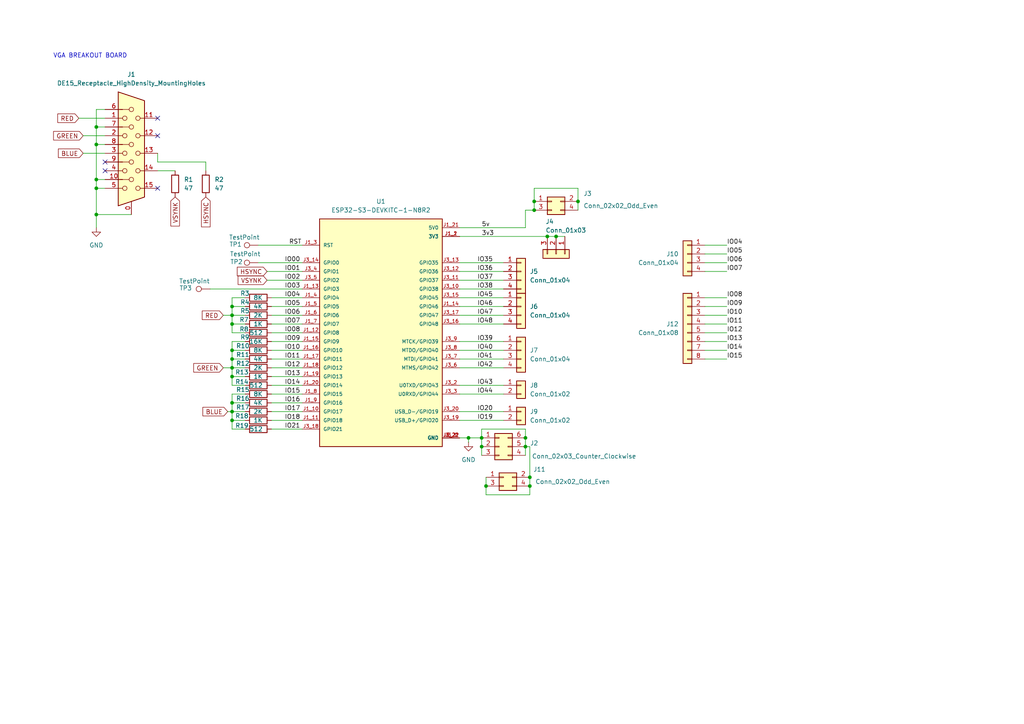
<source format=kicad_sch>
(kicad_sch (version 20231120) (generator "eeschema") (generator_version "8.0")
  (paper "A4")
  (lib_symbols
    (symbol "Connector:DE15_Receptacle_HighDensity_MountingHoles" (pin_names (offset 1.016) hide)
      (property "Reference" "J" (at 0 21.59 0))
      (property "Value" "DE15_Receptacle_HighDensity_MountingHoles" (at 0 19.05 0))
      (symbol "DE15_Receptacle_HighDensity_MountingHoles_0_1"
        (circle (center -1.905 -10.16) (radius 0.635))
        (circle (center -1.905 -5.08) (radius 0.635))
        (circle (center -1.905 0) (radius 0.635))
        (circle (center -1.905 5.08) (radius 0.635))
        (circle (center -1.905 10.16) (radius 0.635))
        (circle (center 0 -7.62) (radius 0.635))
        (circle (center 0 -2.54) (radius 0.635))
        (polyline (pts (xy -3.175 7.62) (xy -0.635 7.62)))
        (polyline (pts (xy -0.635 -7.62) (xy -3.175 -7.62)))
        (polyline (pts (xy -0.635 -2.54) (xy -3.175 -2.54)))
        (polyline (pts (xy -0.635 2.54) (xy -3.175 2.54)))
        (polyline (pts (xy -0.635 12.7) (xy -3.175 12.7)))
        (polyline (pts (xy -3.81 17.78) (xy -3.81 -15.24) (xy 3.81 -12.7) (xy 3.81 15.24) (xy -3.81 17.78)) (stroke (width 0.254)) (fill (type background)))
        (circle (center 0 2.54) (radius 0.635))
        (circle (center 0 7.62) (radius 0.635))
        (circle (center 0 12.7) (radius 0.635))
        (circle (center 1.905 -10.16) (radius 0.635))
        (circle (center 1.905 -5.08) (radius 0.635))
        (circle (center 1.905 0) (radius 0.635))
        (circle (center 1.905 5.08) (radius 0.635))
        (circle (center 1.905 10.16) (radius 0.635))
      )
      (symbol "DE15_Receptacle_HighDensity_MountingHoles_1_1"
        (pin passive line (at 0 -17.78 90) (length 3.81) (name "~") (number "0"))
        (pin passive line (at -7.62 10.16 0) (length 5.08) (name "~") (number "1"))
        (pin passive line (at -7.62 -7.62 0) (length 5.08) (name "~") (number "10"))
        (pin passive line (at 7.62 10.16 180) (length 5.08) (name "~") (number "11"))
        (pin passive line (at 7.62 5.08 180) (length 5.08) (name "~") (number "12"))
        (pin passive line (at 7.62 0 180) (length 5.08) (name "~") (number "13"))
        (pin passive line (at 7.62 -5.08 180) (length 5.08) (name "~") (number "14"))
        (pin passive line (at 7.62 -10.16 180) (length 5.08) (name "~") (number "15"))
        (pin passive line (at -7.62 5.08 0) (length 5.08) (name "~") (number "2"))
        (pin passive line (at -7.62 0 0) (length 5.08) (name "~") (number "3"))
        (pin passive line (at -7.62 -5.08 0) (length 5.08) (name "~") (number "4"))
        (pin passive line (at -7.62 -10.16 0) (length 5.08) (name "~") (number "5"))
        (pin passive line (at -7.62 12.7 0) (length 5.08) (name "~") (number "6"))
        (pin passive line (at -7.62 7.62 0) (length 5.08) (name "~") (number "7"))
        (pin passive line (at -7.62 2.54 0) (length 5.08) (name "~") (number "8"))
        (pin passive line (at -7.62 -2.54 0) (length 5.08) (name "~") (number "9"))
      )
    )
    (symbol "Connector:TestPoint" (pin_numbers hide) (pin_names (offset 0.762) hide)
      (property "Reference" "TP" (at 0 6.858 0))
      (property "Value" "TestPoint" (at 0 5.08 0))
      (symbol "TestPoint_0_1"
        (circle (center 0 3.302) (radius 0.762))
      )
      (symbol "TestPoint_1_1"
        (pin passive line (at 0 0 90) (length 2.54) (name "1") (number "1"))
      )
    )
    (symbol "Connector_Generic:Conn_01x02" (pin_names (offset 1.016) hide)
      (property "Reference" "J" (at 0 2.54 0))
      (property "Value" "Conn_01x02" (at 0 -5.08 0))
      (symbol "Conn_01x02_1_1"
        (rectangle (start -1.27 -2.413) (end 0 -2.667) (stroke (width 0.1524)))
        (rectangle (start -1.27 0.127) (end 0 -0.127) (stroke (width 0.1524)))
        (rectangle (start -1.27 1.27) (end 1.27 -3.81) (stroke (width 0.254)) (fill (type background)))
        (pin passive line (at -5.08 0 0) (length 3.81) (name "Pin_1") (number "1"))
        (pin passive line (at -5.08 -2.54 0) (length 3.81) (name "Pin_2") (number "2"))
      )
    )
    (symbol "Connector_Generic:Conn_01x03" (pin_names (offset 1.016) hide)
      (property "Reference" "J" (at 0 5.08 0))
      (property "Value" "Conn_01x03" (at 0 -5.08 0))
      (symbol "Conn_01x03_1_1"
        (rectangle (start -1.27 -2.413) (end 0 -2.667) (stroke (width 0.1524)))
        (rectangle (start -1.27 0.127) (end 0 -0.127) (stroke (width 0.1524)))
        (rectangle (start -1.27 2.667) (end 0 2.413) (stroke (width 0.1524)))
        (rectangle (start -1.27 3.81) (end 1.27 -3.81) (stroke (width 0.254)) (fill (type background)))
        (pin passive line (at -5.08 2.54 0) (length 3.81) (name "Pin_1") (number "1"))
        (pin passive line (at -5.08 0 0) (length 3.81) (name "Pin_2") (number "2"))
        (pin passive line (at -5.08 -2.54 0) (length 3.81) (name "Pin_3") (number "3"))
      )
    )
    (symbol "Connector_Generic:Conn_01x04" (pin_names (offset 1.016) hide)
      (property "Reference" "J" (at 0 5.08 0))
      (property "Value" "Conn_01x04" (at 0 -7.62 0))
      (symbol "Conn_01x04_1_1"
        (rectangle (start -1.27 -4.953) (end 0 -5.207) (stroke (width 0.1524)))
        (rectangle (start -1.27 -2.413) (end 0 -2.667) (stroke (width 0.1524)))
        (rectangle (start -1.27 0.127) (end 0 -0.127) (stroke (width 0.1524)))
        (rectangle (start -1.27 2.667) (end 0 2.413) (stroke (width 0.1524)))
        (rectangle (start -1.27 3.81) (end 1.27 -6.35) (stroke (width 0.254)) (fill (type background)))
        (pin passive line (at -5.08 2.54 0) (length 3.81) (name "Pin_1") (number "1"))
        (pin passive line (at -5.08 0 0) (length 3.81) (name "Pin_2") (number "2"))
        (pin passive line (at -5.08 -2.54 0) (length 3.81) (name "Pin_3") (number "3"))
        (pin passive line (at -5.08 -5.08 0) (length 3.81) (name "Pin_4") (number "4"))
      )
    )
    (symbol "Connector_Generic:Conn_01x08" (pin_names (offset 1.016) hide)
      (property "Reference" "J" (at 0 10.16 0))
      (property "Value" "Conn_01x08" (at 0 -12.7 0))
      (symbol "Conn_01x08_1_1"
        (rectangle (start -1.27 -10.033) (end 0 -10.287) (stroke (width 0.1524)))
        (rectangle (start -1.27 -7.493) (end 0 -7.747) (stroke (width 0.1524)))
        (rectangle (start -1.27 -4.953) (end 0 -5.207) (stroke (width 0.1524)))
        (rectangle (start -1.27 -2.413) (end 0 -2.667) (stroke (width 0.1524)))
        (rectangle (start -1.27 0.127) (end 0 -0.127) (stroke (width 0.1524)))
        (rectangle (start -1.27 2.667) (end 0 2.413) (stroke (width 0.1524)))
        (rectangle (start -1.27 5.207) (end 0 4.953) (stroke (width 0.1524)))
        (rectangle (start -1.27 7.747) (end 0 7.493) (stroke (width 0.1524)))
        (rectangle (start -1.27 8.89) (end 1.27 -11.43) (stroke (width 0.254)) (fill (type background)))
        (pin passive line (at -5.08 7.62 0) (length 3.81) (name "Pin_1") (number "1"))
        (pin passive line (at -5.08 5.08 0) (length 3.81) (name "Pin_2") (number "2"))
        (pin passive line (at -5.08 2.54 0) (length 3.81) (name "Pin_3") (number "3"))
        (pin passive line (at -5.08 0 0) (length 3.81) (name "Pin_4") (number "4"))
        (pin passive line (at -5.08 -2.54 0) (length 3.81) (name "Pin_5") (number "5"))
        (pin passive line (at -5.08 -5.08 0) (length 3.81) (name "Pin_6") (number "6"))
        (pin passive line (at -5.08 -7.62 0) (length 3.81) (name "Pin_7") (number "7"))
        (pin passive line (at -5.08 -10.16 0) (length 3.81) (name "Pin_8") (number "8"))
      )
    )
    (symbol "Connector_Generic:Conn_02x02_Odd_Even" (pin_names (offset 1.016) hide)
      (property "Reference" "J" (at 1.27 2.54 0))
      (property "Value" "Conn_02x02_Odd_Even" (at 1.27 -5.08 0))
      (symbol "Conn_02x02_Odd_Even_1_1"
        (rectangle (start -1.27 -2.413) (end 0 -2.667) (stroke (width 0.1524)))
        (rectangle (start -1.27 0.127) (end 0 -0.127) (stroke (width 0.1524)))
        (rectangle (start -1.27 1.27) (end 3.81 -3.81) (stroke (width 0.254)) (fill (type background)))
        (rectangle (start 3.81 -2.413) (end 2.54 -2.667) (stroke (width 0.1524)))
        (rectangle (start 3.81 0.127) (end 2.54 -0.127) (stroke (width 0.1524)))
        (pin passive line (at -5.08 0 0) (length 3.81) (name "Pin_1") (number "1"))
        (pin passive line (at 7.62 0 180) (length 3.81) (name "Pin_2") (number "2"))
        (pin passive line (at -5.08 -2.54 0) (length 3.81) (name "Pin_3") (number "3"))
        (pin passive line (at 7.62 -2.54 180) (length 3.81) (name "Pin_4") (number "4"))
      )
    )
    (symbol "Connector_Generic:Conn_02x03_Counter_Clockwise" (pin_names (offset 1.016) hide)
      (property "Reference" "J" (at 1.27 5.08 0))
      (property "Value" "Conn_02x03_Counter_Clockwise" (at 1.27 -5.08 0))
      (symbol "Conn_02x03_Counter_Clockwise_1_1"
        (rectangle (start -1.27 -2.413) (end 0 -2.667) (stroke (width 0.1524)))
        (rectangle (start -1.27 0.127) (end 0 -0.127) (stroke (width 0.1524)))
        (rectangle (start -1.27 2.667) (end 0 2.413) (stroke (width 0.1524)))
        (rectangle (start -1.27 3.81) (end 3.81 -3.81) (stroke (width 0.254)) (fill (type background)))
        (rectangle (start 3.81 -2.413) (end 2.54 -2.667) (stroke (width 0.1524)))
        (rectangle (start 3.81 0.127) (end 2.54 -0.127) (stroke (width 0.1524)))
        (rectangle (start 3.81 2.667) (end 2.54 2.413) (stroke (width 0.1524)))
        (pin passive line (at -5.08 2.54 0) (length 3.81) (name "Pin_1") (number "1"))
        (pin passive line (at -5.08 0 0) (length 3.81) (name "Pin_2") (number "2"))
        (pin passive line (at -5.08 -2.54 0) (length 3.81) (name "Pin_3") (number "3"))
        (pin passive line (at 7.62 -2.54 180) (length 3.81) (name "Pin_4") (number "4"))
        (pin passive line (at 7.62 0 180) (length 3.81) (name "Pin_5") (number "5"))
        (pin passive line (at 7.62 2.54 180) (length 3.81) (name "Pin_6") (number "6"))
      )
    )
    (symbol "Device:R" (pin_numbers hide) (pin_names (offset 0))
      (property "Reference" "R" (at 2.032 0 90))
      (property "Value" "R" (at 0 0 90))
      (symbol "R_0_1"
        (rectangle (start -1.016 -2.54) (end 1.016 2.54) (stroke (width 0.254)))
      )
      (symbol "R_1_1"
        (pin passive line (at 0 3.81 270) (length 1.27) (name "~") (number "1"))
        (pin passive line (at 0 -3.81 90) (length 1.27) (name "~") (number "2"))
      )
    )
    (symbol "power:GND" (power) (pin_numbers hide) (pin_names (offset 0) hide)
      (property "Value" "GND" (at 0 -3.81 0))
      (symbol "GND_0_1"
        (polyline (pts (xy 0 0) (xy 0 -1.27) (xy 1.27 -1.27) (xy 0 -2.54) (xy -1.27 -1.27) (xy 0 -1.27)))
      )
      (symbol "GND_1_1"
        (pin power_in line (at 0 0 270) (length 0) (name "~") (number "1"))
      )
    )
    (symbol "vga:ESP32-S3-DEVKITC-1-N8R2" (pin_names (offset 1.016))
      (property "Reference" "U" (at -17.78 35.56 0))
      (property "Value" "ESP32-S3-DEVKITC-1-N8R2" (at -17.78 -35.56 0))
      (symbol "ESP32-S3-DEVKITC-1-N8R2_0_0"
        (rectangle (start -17.78 -33.02) (end 17.78 33.02) (stroke (width 0.254)) (fill (type background)))
        (pin power_in line (at 22.86 27.94 180) (length 5.08) (name "3V3") (number "J1_1"))
        (pin bidirectional line (at -22.86 -22.86 0) (length 5.08) (name "GPIO17") (number "J1_10"))
        (pin bidirectional line (at -22.86 -25.4 0) (length 5.08) (name "GPIO18") (number "J1_11"))
        (pin bidirectional line (at -22.86 0 0) (length 5.08) (name "GPIO8") (number "J1_12"))
        (pin bidirectional line (at -22.86 12.7 0) (length 5.08) (name "GPIO3") (number "J1_13"))
        (pin bidirectional line (at 22.86 7.62 180) (length 5.08) (name "GPIO46") (number "J1_14"))
        (pin bidirectional line (at -22.86 -2.54 0) (length 5.08) (name "GPIO9") (number "J1_15"))
        (pin bidirectional line (at -22.86 -5.08 0) (length 5.08) (name "GPIO10") (number "J1_16"))
        (pin bidirectional line (at -22.86 -7.62 0) (length 5.08) (name "GPIO11") (number "J1_17"))
        (pin bidirectional line (at -22.86 -10.16 0) (length 5.08) (name "GPIO12") (number "J1_18"))
        (pin bidirectional line (at -22.86 -12.7 0) (length 5.08) (name "GPIO13") (number "J1_19"))
        (pin power_in line (at 22.86 27.94 180) (length 5.08) (name "3V3") (number "J1_2"))
        (pin bidirectional line (at -22.86 -15.24 0) (length 5.08) (name "GPIO14") (number "J1_20"))
        (pin power_in line (at 22.86 30.48 180) (length 5.08) (name "5V0") (number "J1_21"))
        (pin power_in line (at 22.86 -30.48 180) (length 5.08) (name "GND") (number "J1_22"))
        (pin input line (at -22.86 25.4 0) (length 5.08) (name "RST") (number "J1_3"))
        (pin bidirectional line (at -22.86 10.16 0) (length 5.08) (name "GPIO4") (number "J1_4"))
        (pin bidirectional line (at -22.86 7.62 0) (length 5.08) (name "GPIO5") (number "J1_5"))
        (pin bidirectional line (at -22.86 5.08 0) (length 5.08) (name "GPIO6") (number "J1_6"))
        (pin bidirectional line (at -22.86 2.54 0) (length 5.08) (name "GPIO7") (number "J1_7"))
        (pin bidirectional line (at -22.86 -17.78 0) (length 5.08) (name "GPIO15") (number "J1_8"))
        (pin bidirectional line (at -22.86 -20.32 0) (length 5.08) (name "GPIO16") (number "J1_9"))
        (pin power_in line (at 22.86 -30.48 180) (length 5.08) (name "GND") (number "J3_1"))
        (pin bidirectional line (at 22.86 12.7 180) (length 5.08) (name "GPIO38") (number "J3_10"))
        (pin bidirectional line (at 22.86 15.24 180) (length 5.08) (name "GPIO37") (number "J3_11"))
        (pin bidirectional line (at 22.86 17.78 180) (length 5.08) (name "GPIO36") (number "J3_12"))
        (pin bidirectional line (at 22.86 20.32 180) (length 5.08) (name "GPIO35") (number "J3_13"))
        (pin bidirectional line (at -22.86 20.32 0) (length 5.08) (name "GPIO0") (number "J3_14"))
        (pin bidirectional line (at 22.86 10.16 180) (length 5.08) (name "GPIO45") (number "J3_15"))
        (pin bidirectional line (at 22.86 2.54 180) (length 5.08) (name "GPIO48") (number "J3_16"))
        (pin bidirectional line (at 22.86 5.08 180) (length 5.08) (name "GPIO47") (number "J3_17"))
        (pin bidirectional line (at -22.86 -27.94 0) (length 5.08) (name "GPIO21") (number "J3_18"))
        (pin bidirectional line (at 22.86 -25.4 180) (length 5.08) (name "USB_D+/GPIO20") (number "J3_19"))
        (pin bidirectional line (at 22.86 -15.24 180) (length 5.08) (name "U0TXD/GPIO43") (number "J3_2"))
        (pin bidirectional line (at 22.86 -22.86 180) (length 5.08) (name "USB_D-/GPIO19") (number "J3_20"))
        (pin power_in line (at 22.86 -30.48 180) (length 5.08) (name "GND") (number "J3_21"))
        (pin power_in line (at 22.86 -30.48 180) (length 5.08) (name "GND") (number "J3_22"))
        (pin bidirectional line (at 22.86 -17.78 180) (length 5.08) (name "U0RXD/GPIO44") (number "J3_3"))
        (pin bidirectional line (at -22.86 17.78 0) (length 5.08) (name "GPIO1") (number "J3_4"))
        (pin bidirectional line (at -22.86 15.24 0) (length 5.08) (name "GPIO2") (number "J3_5"))
        (pin bidirectional line (at 22.86 -10.16 180) (length 5.08) (name "MTMS/GPIO42") (number "J3_6"))
        (pin bidirectional line (at 22.86 -7.62 180) (length 5.08) (name "MTDI/GPIO41") (number "J3_7"))
        (pin bidirectional line (at 22.86 -5.08 180) (length 5.08) (name "MTDO/GPIO40") (number "J3_8"))
        (pin bidirectional line (at 22.86 -2.54 180) (length 5.08) (name "MTCK/GPIO39") (number "J3_9"))
      )
    )
  )
  (junction (at 152.4 129.54))
  (junction (at 67.31 121.92))
  (junction (at 27.94 52.07))
  (junction (at 152.4 127))
  (junction (at 139.7 129.54))
  (junction (at 153.67 140.97))
  (junction (at 154.94 58.42))
  (junction (at 67.31 88.9))
  (junction (at 140.97 140.97))
  (junction (at 27.94 36.83))
  (junction (at 27.94 54.61))
  (junction (at 67.31 93.98))
  (junction (at 139.7 127))
  (junction (at 67.31 101.6))
  (junction (at 67.31 109.22))
  (junction (at 67.31 116.84))
  (junction (at 153.67 138.43))
  (junction (at 167.64 58.42))
  (junction (at 27.94 62.23))
  (junction (at 27.94 41.91))
  (junction (at 67.31 119.38))
  (junction (at 135.89 127))
  (junction (at 67.31 106.68))
  (junction (at 67.31 91.44))
  (junction (at 158.75 68.58))
  (junction (at 154.94 60.96))
  (junction (at 67.31 104.14))
  (junction (at 161.29 68.58))
  (no_connect (at 30.48 49.53))
  (no_connect (at 45.72 39.37))
  (no_connect (at 45.72 34.29))
  (no_connect (at 45.72 54.61))
  (no_connect (at 30.48 46.99))
  (wire (pts (xy 67.31 124.46) (xy 71.12 124.46)))
  (wire (pts (xy 133.35 121.92) (xy 146.05 121.92)))
  (wire (pts (xy 135.89 127) (xy 139.7 127)))
  (wire (pts (xy 45.72 44.45) (xy 45.72 46.99)))
  (wire (pts (xy 146.05 83.82) (xy 133.35 83.82)))
  (wire (pts (xy 167.64 54.61) (xy 167.64 58.42)))
  (wire (pts (xy 59.69 46.99) (xy 59.69 49.53)))
  (wire (pts (xy 67.31 109.22) (xy 71.12 109.22)))
  (wire (pts (xy 204.47 104.14) (xy 210.82 104.14)))
  (wire (pts (xy 210.82 91.44) (xy 204.47 91.44)))
  (wire (pts (xy 152.4 66.04) (xy 152.4 60.96)))
  (wire (pts (xy 133.35 68.58) (xy 158.75 68.58)))
  (wire (pts (xy 78.74 101.6) (xy 87.63 101.6)))
  (wire (pts (xy 210.82 101.6) (xy 204.47 101.6)))
  (wire (pts (xy 133.35 114.3) (xy 146.05 114.3)))
  (wire (pts (xy 204.47 71.12) (xy 210.82 71.12)))
  (wire (pts (xy 30.48 41.91) (xy 27.94 41.91)))
  (wire (pts (xy 153.67 143.51) (xy 153.67 140.97)))
  (wire (pts (xy 67.31 86.36) (xy 67.31 88.9)))
  (wire (pts (xy 133.35 127) (xy 135.89 127)))
  (wire (pts (xy 27.94 41.91) (xy 27.94 52.07)))
  (wire (pts (xy 152.4 124.46) (xy 139.7 124.46)))
  (wire (pts (xy 67.31 104.14) (xy 67.31 101.6)))
  (wire (pts (xy 78.74 88.9) (xy 87.63 88.9)))
  (wire (pts (xy 66.04 119.38) (xy 67.31 119.38)))
  (wire (pts (xy 154.94 58.42) (xy 154.94 60.96)))
  (wire (pts (xy 146.05 91.44) (xy 133.35 91.44)))
  (wire (pts (xy 78.74 86.36) (xy 87.63 86.36)))
  (wire (pts (xy 140.97 140.97) (xy 140.97 143.51)))
  (wire (pts (xy 146.05 101.6) (xy 133.35 101.6)))
  (wire (pts (xy 67.31 93.98) (xy 67.31 96.52)))
  (wire (pts (xy 146.05 81.28) (xy 133.35 81.28)))
  (wire (pts (xy 146.05 88.9) (xy 133.35 88.9)))
  (wire (pts (xy 24.13 39.37) (xy 30.48 39.37)))
  (wire (pts (xy 67.31 119.38) (xy 71.12 119.38)))
  (wire (pts (xy 78.74 96.52) (xy 87.63 96.52)))
  (wire (pts (xy 78.74 111.76) (xy 87.63 111.76)))
  (wire (pts (xy 67.31 91.44) (xy 71.12 91.44)))
  (wire (pts (xy 146.05 104.14) (xy 133.35 104.14)))
  (wire (pts (xy 78.74 106.68) (xy 87.63 106.68)))
  (wire (pts (xy 45.72 46.99) (xy 59.69 46.99)))
  (wire (pts (xy 139.7 127) (xy 139.7 129.54)))
  (wire (pts (xy 71.12 86.36) (xy 67.31 86.36)))
  (wire (pts (xy 27.94 31.75) (xy 27.94 36.83)))
  (wire (pts (xy 22.86 34.29) (xy 30.48 34.29)))
  (wire (pts (xy 161.29 68.58) (xy 158.75 68.58)))
  (wire (pts (xy 152.4 127) (xy 152.4 124.46)))
  (wire (pts (xy 27.94 54.61) (xy 30.48 54.61)))
  (wire (pts (xy 146.05 86.36) (xy 133.35 86.36)))
  (wire (pts (xy 67.31 99.06) (xy 71.12 99.06)))
  (wire (pts (xy 67.31 111.76) (xy 67.31 109.22)))
  (wire (pts (xy 24.13 44.45) (xy 30.48 44.45)))
  (wire (pts (xy 77.47 81.28) (xy 87.63 81.28)))
  (wire (pts (xy 167.64 58.42) (xy 167.64 60.96)))
  (wire (pts (xy 146.05 76.2) (xy 133.35 76.2)))
  (wire (pts (xy 67.31 106.68) (xy 67.31 104.14)))
  (wire (pts (xy 74.93 76.2) (xy 87.63 76.2)))
  (wire (pts (xy 135.89 127) (xy 135.89 128.27)))
  (wire (pts (xy 67.31 88.9) (xy 71.12 88.9)))
  (wire (pts (xy 139.7 129.54) (xy 139.7 132.08)))
  (wire (pts (xy 30.48 31.75) (xy 27.94 31.75)))
  (wire (pts (xy 67.31 91.44) (xy 67.31 93.98)))
  (wire (pts (xy 140.97 143.51) (xy 153.67 143.51)))
  (wire (pts (xy 78.74 109.22) (xy 87.63 109.22)))
  (wire (pts (xy 139.7 124.46) (xy 139.7 127)))
  (wire (pts (xy 152.4 127) (xy 152.4 129.54)))
  (wire (pts (xy 67.31 88.9) (xy 67.31 91.44)))
  (wire (pts (xy 67.31 106.68) (xy 71.12 106.68)))
  (wire (pts (xy 153.67 138.43) (xy 153.67 140.97)))
  (wire (pts (xy 67.31 116.84) (xy 67.31 119.38)))
  (wire (pts (xy 67.31 121.92) (xy 71.12 121.92)))
  (wire (pts (xy 210.82 88.9) (xy 204.47 88.9)))
  (wire (pts (xy 204.47 78.74) (xy 210.82 78.74)))
  (wire (pts (xy 210.82 93.98) (xy 204.47 93.98)))
  (wire (pts (xy 133.35 111.76) (xy 146.05 111.76)))
  (wire (pts (xy 152.4 129.54) (xy 153.67 129.54)))
  (wire (pts (xy 78.74 119.38) (xy 87.63 119.38)))
  (wire (pts (xy 67.31 114.3) (xy 67.31 116.84)))
  (wire (pts (xy 45.72 49.53) (xy 50.8 49.53)))
  (wire (pts (xy 161.29 68.58) (xy 163.83 68.58)))
  (wire (pts (xy 78.74 93.98) (xy 87.63 93.98)))
  (wire (pts (xy 78.74 91.44) (xy 87.63 91.44)))
  (wire (pts (xy 64.77 91.44) (xy 67.31 91.44)))
  (wire (pts (xy 133.35 119.38) (xy 146.05 119.38)))
  (wire (pts (xy 27.94 36.83) (xy 27.94 41.91)))
  (wire (pts (xy 67.31 119.38) (xy 67.31 121.92)))
  (wire (pts (xy 67.31 93.98) (xy 71.12 93.98)))
  (wire (pts (xy 78.74 116.84) (xy 87.63 116.84)))
  (wire (pts (xy 27.94 36.83) (xy 30.48 36.83)))
  (wire (pts (xy 67.31 116.84) (xy 71.12 116.84)))
  (wire (pts (xy 78.74 114.3) (xy 87.63 114.3)))
  (wire (pts (xy 210.82 96.52) (xy 204.47 96.52)))
  (wire (pts (xy 67.31 109.22) (xy 67.31 106.68)))
  (wire (pts (xy 67.31 101.6) (xy 67.31 99.06)))
  (wire (pts (xy 67.31 101.6) (xy 71.12 101.6)))
  (wire (pts (xy 60.96 83.82) (xy 87.63 83.82)))
  (wire (pts (xy 78.74 99.06) (xy 87.63 99.06)))
  (wire (pts (xy 27.94 52.07) (xy 30.48 52.07)))
  (wire (pts (xy 146.05 106.68) (xy 133.35 106.68)))
  (wire (pts (xy 154.94 54.61) (xy 167.64 54.61)))
  (wire (pts (xy 146.05 99.06) (xy 133.35 99.06)))
  (wire (pts (xy 78.74 124.46) (xy 87.63 124.46)))
  (wire (pts (xy 210.82 99.06) (xy 204.47 99.06)))
  (wire (pts (xy 67.31 96.52) (xy 71.12 96.52)))
  (wire (pts (xy 146.05 78.74) (xy 133.35 78.74)))
  (wire (pts (xy 27.94 62.23) (xy 38.1 62.23)))
  (wire (pts (xy 67.31 121.92) (xy 67.31 124.46)))
  (wire (pts (xy 204.47 76.2) (xy 210.82 76.2)))
  (wire (pts (xy 27.94 54.61) (xy 27.94 62.23)))
  (wire (pts (xy 204.47 73.66) (xy 210.82 73.66)))
  (wire (pts (xy 140.97 138.43) (xy 140.97 140.97)))
  (wire (pts (xy 133.35 66.04) (xy 152.4 66.04)))
  (wire (pts (xy 27.94 66.04) (xy 27.94 62.23)))
  (wire (pts (xy 78.74 121.92) (xy 87.63 121.92)))
  (wire (pts (xy 204.47 86.36) (xy 210.82 86.36)))
  (wire (pts (xy 71.12 114.3) (xy 67.31 114.3)))
  (wire (pts (xy 67.31 104.14) (xy 71.12 104.14)))
  (wire (pts (xy 146.05 93.98) (xy 133.35 93.98)))
  (wire (pts (xy 152.4 60.96) (xy 154.94 60.96)))
  (wire (pts (xy 152.4 129.54) (xy 152.4 132.08)))
  (wire (pts (xy 78.74 104.14) (xy 87.63 104.14)))
  (wire (pts (xy 153.67 129.54) (xy 153.67 138.43)))
  (wire (pts (xy 154.94 58.42) (xy 154.94 54.61)))
  (wire (pts (xy 27.94 52.07) (xy 27.94 54.61)))
  (wire (pts (xy 71.12 111.76) (xy 67.31 111.76)))
  (wire (pts (xy 77.47 78.74) (xy 87.63 78.74)))
  (wire (pts (xy 74.93 71.12) (xy 87.63 71.12)))
  (wire (pts (xy 64.77 106.68) (xy 67.31 106.68)))
  (text "VGA BREAKOUT BOARD" (at 26.162 16.256 0) (effects (font (size 1.27 1.27))))
  (label "IO01" (at 82.55 78.74 0))
  (label "IO46" (at 138.43 88.9 0))
  (label "IO09" (at 82.55 99.06 0))
  (label "IO07" (at 82.55 93.98 0))
  (label "IO12" (at 82.55 106.68 0))
  (label "RST" (at 83.82 71.12 0))
  (label "IO14" (at 82.55 111.76 0))
  (label "IO02" (at 82.55 81.28 0))
  (label "IO44" (at 138.43 114.3 0))
  (label "IO15" (at 210.82 104.14 0))
  (label "IO47" (at 138.43 91.44 0))
  (label "IO13" (at 210.82 99.06 0))
  (label "IO41" (at 138.43 104.14 0))
  (label "IO05" (at 210.82 73.66 0))
  (label "IO06" (at 82.55 91.44 0))
  (label "IO14" (at 210.82 101.6 0))
  (label "IO06" (at 210.82 76.2 0))
  (label "IO20" (at 138.43 119.38 0))
  (label "IO10" (at 82.55 101.6 0))
  (label "IO03" (at 82.55 83.82 0))
  (label "IO17" (at 82.55 119.38 0))
  (label "IO04" (at 82.55 86.36 0))
  (label "IO37" (at 138.43 81.28 0))
  (label "IO40" (at 138.43 101.6 0))
  (label "IO04" (at 210.82 71.12 0))
  (label "IO05" (at 82.55 88.9 0))
  (label "IO12" (at 210.82 96.52 0))
  (label "IO42" (at 138.43 106.68 0))
  (label "IO48" (at 138.43 93.98 0))
  (label "IO11" (at 82.55 104.14 0))
  (label "IO07" (at 210.82 78.74 0))
  (label "IO18" (at 82.55 121.92 0))
  (label "IO09" (at 210.82 88.9 0))
  (label "IO38" (at 138.43 83.82 0))
  (label "IO15" (at 82.55 114.3 0))
  (label "IO13" (at 82.55 109.22 0))
  (label "IO11" (at 210.82 93.98 0))
  (label "IO21" (at 82.55 124.46 0))
  (label "3v3" (at 139.7 68.58 0))
  (label "IO35" (at 138.43 76.2 0))
  (label "IO16" (at 82.55 116.84 0))
  (label "5v" (at 139.7 66.04 0))
  (label "IO43" (at 138.43 111.76 0))
  (label "IO08" (at 210.82 86.36 0))
  (label "IO45" (at 138.43 86.36 0))
  (label "IO08" (at 82.55 96.52 0))
  (label "IO10" (at 210.82 91.44 0))
  (label "IO00" (at 82.55 76.2 0))
  (label "IO39" (at 138.43 99.06 0))
  (label "IO19" (at 138.43 121.92 0))
  (label "IO36" (at 138.43 78.74 0))
  (global_label "RED" (shape input) (at 22.86 34.29 180) (property "Intersheetrefs" "${INTERSHEET_REFS}" (effects (hide yes))))
  (global_label "VSYNK" (shape input) (at 50.8 57.15 270) (property "Intersheetrefs" "${INTERSHEET_REFS}" (effects (hide yes))))
  (global_label "GREEN" (shape input) (at 24.13 39.37 180) (property "Intersheetrefs" "${INTERSHEET_REFS}" (effects (hide yes))))
  (global_label "BLUE" (shape input) (at 24.13 44.45 180) (property "Intersheetrefs" "${INTERSHEET_REFS}" (effects (hide yes))))
  (global_label "HSYNC" (shape input) (at 59.69 57.15 270) (property "Intersheetrefs" "${INTERSHEET_REFS}" (effects (hide yes))))
  (global_label "HSYNC" (shape input) (at 77.47 78.74 180) (property "Intersheetrefs" "${INTERSHEET_REFS}" (effects (hide yes))))
  (global_label "RED" (shape input) (at 64.77 91.44 180) (property "Intersheetrefs" "${INTERSHEET_REFS}" (effects (hide yes))))
  (global_label "VSYNK" (shape input) (at 77.47 81.28 180) (property "Intersheetrefs" "${INTERSHEET_REFS}" (effects (hide yes))))
  (global_label "BLUE" (shape input) (at 66.04 119.38 180) (property "Intersheetrefs" "${INTERSHEET_REFS}" (effects (hide yes))))
  (global_label "GREEN" (shape input) (at 64.77 106.68 180) (property "Intersheetrefs" "${INTERSHEET_REFS}" (effects (hide yes))))
  (symbol (lib_id "Device:R") (at 74.93 124.46 90) (unit 1)
    (property "Reference" "R19" (at 72.136 123.444 90) (effects (justify left)))
    (property "Value" "512" (at 76.2 124.46 90) (effects (justify left)))
    (property "Footprint" "Resistor_SMD:R_0805_2012Metric_Pad1.20x1.40mm_HandSolder" (effects (hide yes)))
    (property "Description" "Resistor" (effects (hide yes)))
  )
  (symbol (lib_id "Device:R") (at 74.93 109.22 90) (unit 1)
    (property "Reference" "R13" (at 72.136 107.95 90) (effects (justify left)))
    (property "Value" "1K" (at 76.2 109.22 90) (effects (justify left)))
    (property "Footprint" "Resistor_SMD:R_0805_2012Metric_Pad1.20x1.40mm_HandSolder" (effects (hide yes)))
    (property "Description" "Resistor" (effects (hide yes)))
  )
  (symbol (lib_id "Connector_Generic:Conn_01x04") (at 151.13 88.9 0) (unit 1)
    (property "Reference" "J6" (at 153.67 88.8999 0) (effects (justify left)))
    (property "Value" "Conn_01x04" (at 153.67 91.4399 0) (effects (justify left)))
    (property "Footprint" "Connector_PinHeader_2.54mm:PinHeader_1x04_P2.54mm_Vertical" (effects (hide yes)))
    (property "Description" "Generic connector, single row, 01x04, script generated (kicad-library-utils/schlib/autogen/connector/)" (effects (hide yes)))
  )
  (symbol (lib_id "Connector:TestPoint") (at 60.96 83.82 90) (unit 1)
    (property "Reference" "TP3" (at 53.848 83.566 90))
    (property "Value" "TestPoint" (at 56.388 81.534 90))
    (property "Footprint" "TestPoint:TestPoint_Pad_1.0x1.0mm" (effects (hide yes)))
    (property "Description" "test point" (effects (hide yes)))
  )
  (symbol (lib_id "Connector_Generic:Conn_01x04") (at 151.13 78.74 0) (unit 1)
    (property "Reference" "J5" (at 153.67 78.7399 0) (effects (justify left)))
    (property "Value" "Conn_01x04" (at 153.67 81.2799 0) (effects (justify left)))
    (property "Footprint" "Connector_PinHeader_2.54mm:PinHeader_1x04_P2.54mm_Vertical" (effects (hide yes)))
    (property "Description" "Generic connector, single row, 01x04, script generated (kicad-library-utils/schlib/autogen/connector/)" (effects (hide yes)))
  )
  (symbol (lib_id "Device:R") (at 74.93 93.98 90) (unit 1)
    (property "Reference" "R7" (at 72.136 92.71 90) (effects (justify left)))
    (property "Value" "1K" (at 76.2 93.98 90) (effects (justify left)))
    (property "Footprint" "Resistor_SMD:R_0805_2012Metric_Pad1.20x1.40mm_HandSolder" (effects (hide yes)))
    (property "Description" "Resistor" (effects (hide yes)))
  )
  (symbol (lib_id "Connector_Generic:Conn_01x04") (at 199.39 73.66 0) (mirror y) (unit 1)
    (property "Reference" "J10" (at 196.85 73.6599 0) (effects (justify left)))
    (property "Value" "Conn_01x04" (at 196.85 76.1999 0) (effects (justify left)))
    (property "Footprint" "Connector_PinHeader_2.54mm:PinHeader_1x04_P2.54mm_Vertical" (effects (hide yes)))
    (property "Description" "Generic connector, single row, 01x04, script generated (kicad-library-utils/schlib/autogen/connector/)" (effects (hide yes)))
  )
  (symbol (lib_id "Connector_Generic:Conn_01x04") (at 151.13 101.6 0) (unit 1)
    (property "Reference" "J7" (at 153.67 101.5999 0) (effects (justify left)))
    (property "Value" "Conn_01x04" (at 153.67 104.1399 0) (effects (justify left)))
    (property "Footprint" "Connector_PinHeader_2.54mm:PinHeader_1x04_P2.54mm_Vertical" (effects (hide yes)))
    (property "Description" "Generic connector, single row, 01x04, script generated (kicad-library-utils/schlib/autogen/connector/)" (effects (hide yes)))
  )
  (symbol (lib_id "Connector_Generic:Conn_02x02_Odd_Even") (at 146.05 138.43 0) (unit 1)
    (property "Reference" "J11" (at 156.464 136.144 0))
    (property "Value" "Conn_02x02_Odd_Even" (at 166.116 139.7 0))
    (property "Footprint" "Connector_PinHeader_2.54mm:PinHeader_2x02_P2.54mm_Vertical" (effects (hide yes)))
    (property "Description" "Generic connector, double row, 02x02, odd/even pin numbering scheme (row 1 odd numbers, row 2 even numbers), script generated (kicad-library-utils/schlib/autogen/connector/)" (effects (hide yes)))
  )
  (symbol (lib_id "vga:ESP32-S3-DEVKITC-1-N8R2") (at 110.49 96.52 0) (unit 1)
    (property "Reference" "U1" (at 110.49 58.42 0))
    (property "Value" "ESP32-S3-DEVKITC-1-N8R2" (at 110.49 60.96 0))
    (property "Footprint" "vga:ESP32-S3-WROOM1" (effects (hide yes)))
    (property "MF" "Espressif Systems" (effects (hide yes)))
    (property "Description_1" "\n                        \n                            WiFi Development Tools - 802.11 ESP32-S3 general-purpose development board, embeds ESP32-S3-WROOM-1-N8R2, with pin header\n                        \n" (effects (hide yes)))
    (property "Package" "None" (effects (hide yes)))
    (property "Price" "None" (effects (hide yes)))
    (property "Check_prices" "https://www.snapeda.com/parts/ESP32-S3-DEVKITC-1-N8R2/Espressif+Systems/view-part/?ref=eda" (effects (hide yes)))
    (property "STANDARD" "Manufacturer Recommendations" (effects (hide yes)))
    (property "PARTREV" "V1" (effects (hide yes)))
    (property "SnapEDA_Link" "https://www.snapeda.com/parts/ESP32-S3-DEVKITC-1-N8R2/Espressif+Systems/view-part/?ref=snap" (effects (hide yes)))
    (property "MP" "ESP32-S3-DEVKITC-1-N8R2" (effects (hide yes)))
    (property "Availability" "In Stock" (effects (hide yes)))
    (property "MANUFACTURER" "Espressif" (effects (hide yes)))
  )
  (symbol (lib_id "Device:R") (at 74.93 121.92 90) (unit 1)
    (property "Reference" "R18" (at 72.136 120.65 90) (effects (justify left)))
    (property "Value" "1K" (at 76.2 121.92 90) (effects (justify left)))
    (property "Footprint" "Resistor_SMD:R_0805_2012Metric_Pad1.20x1.40mm_HandSolder" (effects (hide yes)))
    (property "Description" "Resistor" (effects (hide yes)))
  )
  (symbol (lib_id "Device:R") (at 74.93 119.38 90) (unit 1)
    (property "Reference" "R17" (at 72.39 118.11 90) (effects (justify left)))
    (property "Value" "2K" (at 76.2 119.38 90) (effects (justify left)))
    (property "Footprint" "Resistor_SMD:R_0805_2012Metric_Pad1.20x1.40mm_HandSolder" (effects (hide yes)))
    (property "Description" "Resistor" (effects (hide yes)))
  )
  (symbol (lib_id "Connector_Generic:Conn_01x03") (at 161.29 73.66 270) (unit 1)
    (property "Reference" "J4" (at 158.242 64.262 90) (effects (justify left)))
    (property "Value" "Conn_01x03" (at 158.242 66.802 90) (effects (justify left)))
    (property "Footprint" "Connector_PinHeader_2.54mm:PinHeader_1x03_P2.54mm_Vertical" (effects (hide yes)))
    (property "Description" "Generic connector, single row, 01x03, script generated (kicad-library-utils/schlib/autogen/connector/)" (effects (hide yes)))
  )
  (symbol (lib_id "Connector_Generic:Conn_02x03_Counter_Clockwise") (at 144.78 129.54 0) (unit 1)
    (property "Reference" "J2" (at 154.94 128.524 0))
    (property "Value" "Conn_02x03_Counter_Clockwise" (at 169.418 132.334 0))
    (property "Footprint" "Connector_PinHeader_2.54mm:PinHeader_2x03_P2.54mm_Vertical" (effects (hide yes)))
    (property "Description" "Generic connector, double row, 02x03, counter clockwise pin numbering scheme (similar to DIP package numbering), script generated (kicad-library-utils/schlib/autogen/connector/)" (effects (hide yes)))
  )
  (symbol (lib_id "Device:R") (at 74.93 111.76 90) (unit 1)
    (property "Reference" "R14" (at 72.136 110.744 90) (effects (justify left)))
    (property "Value" "512" (at 76.2 111.76 90) (effects (justify left)))
    (property "Footprint" "Resistor_SMD:R_0805_2012Metric_Pad1.20x1.40mm_HandSolder" (effects (hide yes)))
    (property "Description" "Resistor" (effects (hide yes)))
  )
  (symbol (lib_id "Connector:DE15_Receptacle_HighDensity_MountingHoles") (at 38.1 44.45 0) (unit 1)
    (property "Reference" "J1" (at 38.1 21.59 0))
    (property "Value" "DE15_Receptacle_HighDensity_MountingHoles" (at 38.1 24.13 0))
    (property "Footprint" "Library:DSUB-15-L77HDE15SD1CH4F" (effects (hide yes)))
    (property "Description" "15-pin female receptacle socket D-SUB connector, High density (3 columns), Triple Row, Generic, VGA-connector, Mounting Hole" (effects (hide yes)))
  )
  (symbol (lib_id "Device:R") (at 74.93 96.52 90) (unit 1)
    (property "Reference" "R8" (at 72.136 95.504 90) (effects (justify left)))
    (property "Value" "512" (at 76.2 96.52 90) (effects (justify left)))
    (property "Footprint" "Resistor_SMD:R_0805_2012Metric_Pad1.20x1.40mm_HandSolder" (effects (hide yes)))
    (property "Description" "Resistor" (effects (hide yes)))
  )
  (symbol (lib_id "power:GND") (at 27.94 66.04 0) (unit 1)
    (property "Reference" "#PWR01" (effects (hide yes)))
    (property "Value" "GND" (at 27.94 71.12 0))
    (property "Description" "Power symbol creates a global label with name \"GND\" , ground" (effects (hide yes)))
  )
  (symbol (lib_id "Device:R") (at 50.8 53.34 0) (unit 1)
    (property "Reference" "R1" (at 53.34 52.0699 0) (effects (justify left)))
    (property "Value" "47" (at 53.34 54.6099 0) (effects (justify left)))
    (property "Footprint" "Resistor_SMD:R_0805_2012Metric_Pad1.20x1.40mm_HandSolder" (effects (hide yes)))
    (property "Description" "Resistor" (effects (hide yes)))
  )
  (symbol (lib_id "Connector_Generic:Conn_02x02_Odd_Even") (at 160.02 58.42 0) (unit 1)
    (property "Reference" "J3" (at 170.434 56.134 0))
    (property "Value" "Conn_02x02_Odd_Even" (at 180.086 59.69 0))
    (property "Footprint" "Connector_PinHeader_2.54mm:PinHeader_2x02_P2.54mm_Vertical" (effects (hide yes)))
    (property "Description" "Generic connector, double row, 02x02, odd/even pin numbering scheme (row 1 odd numbers, row 2 even numbers), script generated (kicad-library-utils/schlib/autogen/connector/)" (effects (hide yes)))
  )
  (symbol (lib_id "Device:R") (at 74.93 99.06 90) (unit 1)
    (property "Reference" "R9" (at 72.39 97.79 90) (effects (justify left)))
    (property "Value" "16K" (at 76.2 99.06 90) (effects (justify left)))
    (property "Footprint" "Resistor_SMD:R_0805_2012Metric_Pad1.20x1.40mm_HandSolder" (effects (hide yes)))
    (property "Description" "Resistor" (effects (hide yes)))
  )
  (symbol (lib_id "Device:R") (at 74.93 114.3 90) (unit 1)
    (property "Reference" "R15" (at 72.39 113.03 90) (effects (justify left)))
    (property "Value" "8K" (at 76.2 114.3 90) (effects (justify left)))
    (property "Footprint" "Resistor_SMD:R_0805_2012Metric_Pad1.20x1.40mm_HandSolder" (effects (hide yes)))
    (property "Description" "Resistor" (effects (hide yes)))
  )
  (symbol (lib_id "Device:R") (at 74.93 91.44 90) (unit 1)
    (property "Reference" "R5" (at 72.39 90.17 90) (effects (justify left)))
    (property "Value" "2K" (at 76.2 91.44 90) (effects (justify left)))
    (property "Footprint" "Resistor_SMD:R_0805_2012Metric_Pad1.20x1.40mm_HandSolder" (effects (hide yes)))
    (property "Description" "Resistor" (effects (hide yes)))
  )
  (symbol (lib_id "Connector:TestPoint") (at 74.93 71.12 90) (unit 1)
    (property "Reference" "TP1" (at 68.326 70.866 90))
    (property "Value" "TestPoint" (at 70.866 68.834 90))
    (property "Footprint" "TestPoint:TestPoint_Pad_1.0x1.0mm" (effects (hide yes)))
    (property "Description" "test point" (effects (hide yes)))
  )
  (symbol (lib_id "Device:R") (at 74.93 101.6 90) (unit 1)
    (property "Reference" "R10" (at 72.39 100.33 90) (effects (justify left)))
    (property "Value" "8K" (at 76.2 101.6 90) (effects (justify left)))
    (property "Footprint" "Resistor_SMD:R_0805_2012Metric_Pad1.20x1.40mm_HandSolder" (effects (hide yes)))
    (property "Description" "Resistor" (effects (hide yes)))
  )
  (symbol (lib_id "Device:R") (at 74.93 106.68 90) (unit 1)
    (property "Reference" "R12" (at 72.39 105.41 90) (effects (justify left)))
    (property "Value" "2K" (at 76.2 106.68 90) (effects (justify left)))
    (property "Footprint" "Resistor_SMD:R_0805_2012Metric_Pad1.20x1.40mm_HandSolder" (effects (hide yes)))
    (property "Description" "Resistor" (effects (hide yes)))
  )
  (symbol (lib_id "Device:R") (at 59.69 53.34 0) (unit 1)
    (property "Reference" "R2" (at 62.23 52.0699 0) (effects (justify left)))
    (property "Value" "47" (at 62.23 54.6099 0) (effects (justify left)))
    (property "Footprint" "Resistor_SMD:R_0805_2012Metric_Pad1.20x1.40mm_HandSolder" (effects (hide yes)))
    (property "Description" "Resistor" (effects (hide yes)))
  )
  (symbol (lib_id "Connector_Generic:Conn_01x08") (at 199.39 93.98 0) (mirror y) (unit 1)
    (property "Reference" "J12" (at 196.85 93.9799 0) (effects (justify left)))
    (property "Value" "Conn_01x08" (at 196.85 96.5199 0) (effects (justify left)))
    (property "Footprint" "Connector_PinHeader_2.54mm:PinHeader_1x08_P2.54mm_Vertical" (effects (hide yes)))
    (property "Description" "Generic connector, single row, 01x08, script generated (kicad-library-utils/schlib/autogen/connector/)" (effects (hide yes)))
  )
  (symbol (lib_id "power:GND") (at 135.89 128.27 0) (unit 1)
    (property "Reference" "#PWR02" (effects (hide yes)))
    (property "Value" "GND" (at 135.89 133.35 0))
    (property "Description" "Power symbol creates a global label with name \"GND\" , ground" (effects (hide yes)))
  )
  (symbol (lib_id "Device:R") (at 74.93 104.14 90) (unit 1)
    (property "Reference" "R11" (at 72.39 102.87 90) (effects (justify left)))
    (property "Value" "4K" (at 76.2 104.14 90) (effects (justify left)))
    (property "Footprint" "Resistor_SMD:R_0805_2012Metric_Pad1.20x1.40mm_HandSolder" (effects (hide yes)))
    (property "Description" "Resistor" (effects (hide yes)))
  )
  (symbol (lib_id "Device:R") (at 74.93 88.9 90) (unit 1)
    (property "Reference" "R4" (at 72.39 87.63 90) (effects (justify left)))
    (property "Value" "4K" (at 76.2 88.9 90) (effects (justify left)))
    (property "Footprint" "Resistor_SMD:R_0805_2012Metric_Pad1.20x1.40mm_HandSolder" (effects (hide yes)))
    (property "Description" "Resistor" (effects (hide yes)))
  )
  (symbol (lib_id "Device:R") (at 74.93 86.36 90) (unit 1)
    (property "Reference" "R3" (at 72.39 85.09 90) (effects (justify left)))
    (property "Value" "8K" (at 76.2 86.36 90) (effects (justify left)))
    (property "Footprint" "Resistor_SMD:R_0805_2012Metric_Pad1.20x1.40mm_HandSolder" (effects (hide yes)))
    (property "Description" "Resistor" (effects (hide yes)))
  )
  (symbol (lib_id "Connector:TestPoint") (at 74.93 76.2 90) (unit 1)
    (property "Reference" "TP2" (at 68.58 75.946 90))
    (property "Value" "TestPoint" (at 71.12 73.66 90))
    (property "Footprint" "TestPoint:TestPoint_Pad_1.0x1.0mm" (effects (hide yes)))
    (property "Description" "test point" (effects (hide yes)))
  )
  (symbol (lib_id "Connector_Generic:Conn_01x02") (at 151.13 111.76 0) (unit 1)
    (property "Reference" "J8" (at 153.67 111.7599 0) (effects (justify left)))
    (property "Value" "Conn_01x02" (at 153.67 114.2999 0) (effects (justify left)))
    (property "Footprint" "Connector_PinHeader_2.54mm:PinHeader_1x02_P2.54mm_Vertical" (effects (hide yes)))
    (property "Description" "Generic connector, single row, 01x02, script generated (kicad-library-utils/schlib/autogen/connector/)" (effects (hide yes)))
  )
  (symbol (lib_id "Device:R") (at 74.93 116.84 90) (unit 1)
    (property "Reference" "R16" (at 72.39 115.57 90) (effects (justify left)))
    (property "Value" "4K" (at 76.2 116.84 90) (effects (justify left)))
    (property "Footprint" "Resistor_SMD:R_0805_2012Metric_Pad1.20x1.40mm_HandSolder" (effects (hide yes)))
    (property "Description" "Resistor" (effects (hide yes)))
  )
  (symbol (lib_id "Connector_Generic:Conn_01x02") (at 151.13 119.38 0) (unit 1)
    (property "Reference" "J9" (at 153.67 119.3799 0) (effects (justify left)))
    (property "Value" "Conn_01x02" (at 153.67 121.9199 0) (effects (justify left)))
    (property "Footprint" "Connector_PinHeader_2.54mm:PinHeader_1x02_P2.54mm_Vertical" (effects (hide yes)))
    (property "Description" "Generic connector, single row, 01x02, script generated (kicad-library-utils/schlib/autogen/connector/)" (effects (hide yes)))
  )
)
</source>
